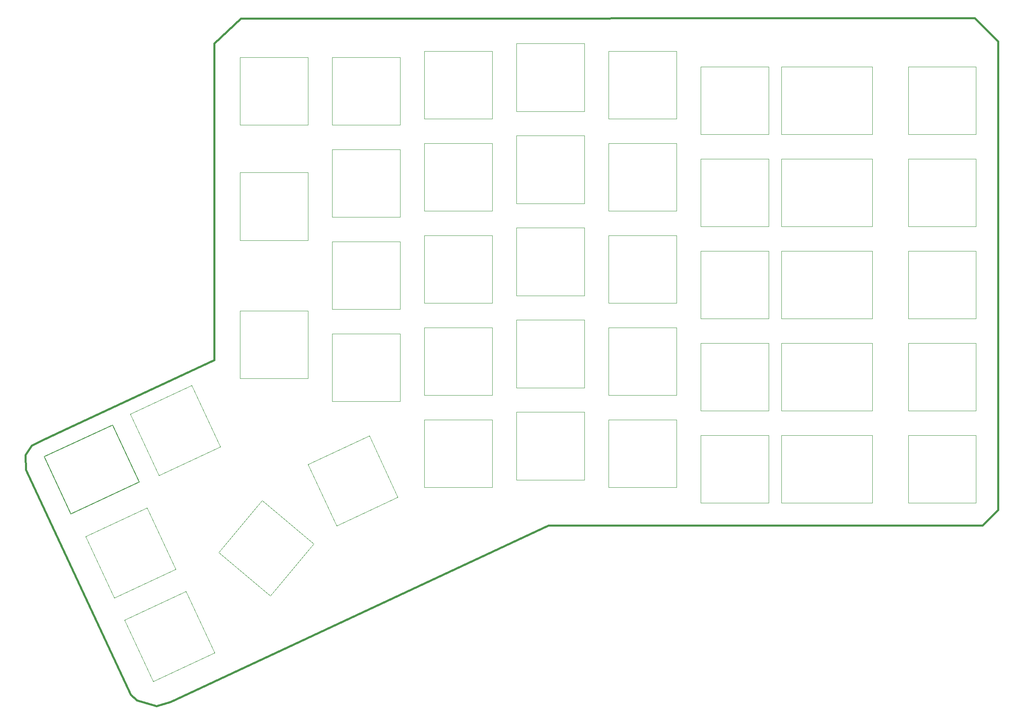
<source format=gm1>
%TF.GenerationSoftware,KiCad,Pcbnew,(6.0.5)*%
%TF.CreationDate,2022-08-07T19:44:15-06:00*%
%TF.ProjectId,top,746f702e-6b69-4636-9164-5f7063625858,rev?*%
%TF.SameCoordinates,Original*%
%TF.FileFunction,Profile,NP*%
%FSLAX46Y46*%
G04 Gerber Fmt 4.6, Leading zero omitted, Abs format (unit mm)*
G04 Created by KiCad (PCBNEW (6.0.5)) date 2022-08-07 19:44:15*
%MOMM*%
%LPD*%
G01*
G04 APERTURE LIST*
%TA.AperFunction,Profile*%
%ADD10C,0.381000*%
%TD*%
%TA.AperFunction,Profile*%
%ADD11C,0.120000*%
%TD*%
%TA.AperFunction,Profile*%
%ADD12C,0.150000*%
%TD*%
G04 APERTURE END LIST*
D10*
X202692000Y-154908000D02*
X218821000Y-154908000D01*
X217220000Y-50000000D02*
X222046800Y-54820000D01*
X21080980Y-143315440D02*
X20975000Y-140325000D01*
X20975000Y-140325000D02*
X22300000Y-138325000D01*
X60070000Y-55210000D02*
X65510000Y-50010000D01*
X44030530Y-191002920D02*
X48075000Y-192175000D01*
X22300000Y-138325000D02*
X24617680Y-137160000D01*
X65510000Y-50010000D02*
X217220000Y-50000000D01*
X222059500Y-149669500D02*
X222059500Y-151669500D01*
X42764960Y-189817760D02*
X44030530Y-191002920D01*
X129152400Y-154908000D02*
X196392800Y-154908000D01*
X48075000Y-192175000D02*
X50983900Y-191351920D01*
X218821000Y-154908000D02*
X222059500Y-151669500D01*
X24617680Y-137160000D02*
X28985200Y-135128000D01*
X196392800Y-154908000D02*
X202692000Y-154908000D01*
X60070000Y-55210000D02*
X60070000Y-120650000D01*
X222046800Y-143383000D02*
X222059500Y-149669500D01*
X222046800Y-143383000D02*
X222046800Y-54820000D01*
X21080980Y-143315440D02*
X42764960Y-189817760D01*
X50983900Y-191351920D02*
X129152400Y-154908000D01*
X28985200Y-135128000D02*
X60070000Y-120650000D01*
D11*
%TO.C,SW1:13*%
X196071300Y-150202660D02*
X196071300Y-136202660D01*
X177309800Y-150205320D02*
X196071300Y-150202660D01*
X177309800Y-136205320D02*
X177309800Y-150205320D01*
X196071300Y-136202660D02*
X177309800Y-136205320D01*
%TO.C,SW2:13*%
X196071300Y-131152660D02*
X196071300Y-117152660D01*
X177309800Y-131155320D02*
X196071300Y-131152660D01*
X177309800Y-117155320D02*
X177309800Y-131155320D01*
X196071300Y-117152660D02*
X177309800Y-117155320D01*
%TO.C,SW3:13*%
X196071300Y-112102660D02*
X196071300Y-98102660D01*
X177309800Y-112105320D02*
X196071300Y-112102660D01*
X177309800Y-98105320D02*
X177309800Y-112105320D01*
X196071300Y-98102660D02*
X177309800Y-98105320D01*
%TO.C,SW4:13*%
X196071300Y-93052660D02*
X196071300Y-79052660D01*
X177309800Y-93055320D02*
X196071300Y-93052660D01*
X177309800Y-79055320D02*
X177309800Y-93055320D01*
X196071300Y-79052660D02*
X177309800Y-79055320D01*
%TO.C,SW5:13*%
X196071300Y-74005200D02*
X196071300Y-60005200D01*
X177309800Y-74007860D02*
X196071300Y-74005200D01*
X177309800Y-60007860D02*
X177309800Y-74007860D01*
X196071300Y-60005200D02*
X177309800Y-60007860D01*
%TO.C,SW1:10*%
X136540000Y-145430000D02*
X136540000Y-131430000D01*
X136540000Y-131430000D02*
X122540000Y-131430000D01*
X122540000Y-145430000D02*
X136540000Y-145430000D01*
X122540000Y-131430000D02*
X122540000Y-145430000D01*
%TO.C,SW1:9*%
X103490000Y-133027660D02*
X103490000Y-147027660D01*
X117490000Y-147027660D02*
X117490000Y-133027660D01*
X117490000Y-133027660D02*
X103490000Y-133027660D01*
X103490000Y-147027660D02*
X117490000Y-147027660D01*
%TO.C,SW2:10*%
X122540000Y-112380000D02*
X122540000Y-126380000D01*
X136540000Y-112380000D02*
X122540000Y-112380000D01*
X122540000Y-126380000D02*
X136540000Y-126380000D01*
X136540000Y-126380000D02*
X136540000Y-112380000D01*
%TO.C,SW2:9*%
X103490000Y-113977660D02*
X103490000Y-127977660D01*
X103490000Y-127977660D02*
X117490000Y-127977660D01*
X117490000Y-113977660D02*
X103490000Y-113977660D01*
X117490000Y-127977660D02*
X117490000Y-113977660D01*
%TO.C,SW2:7*%
X65390000Y-124485160D02*
X79390000Y-124485160D01*
X79390000Y-110485160D02*
X65390000Y-110485160D01*
X79390000Y-124485160D02*
X79390000Y-110485160D01*
X65390000Y-110485160D02*
X65390000Y-124485160D01*
%TO.C,SW3:11*%
X141590000Y-94927660D02*
X141590000Y-108927660D01*
X155590000Y-108927660D02*
X155590000Y-94927660D01*
X155590000Y-94927660D02*
X141590000Y-94927660D01*
X141590000Y-108927660D02*
X155590000Y-108927660D01*
%TO.C,SW3:10*%
X122540000Y-93330000D02*
X122540000Y-107330000D01*
X136540000Y-93330000D02*
X122540000Y-93330000D01*
X122540000Y-107330000D02*
X136540000Y-107330000D01*
X136540000Y-107330000D02*
X136540000Y-93330000D01*
%TO.C,SW3:9*%
X117490000Y-108927660D02*
X117490000Y-94927660D01*
X103490000Y-108927660D02*
X117490000Y-108927660D01*
X117490000Y-94927660D02*
X103490000Y-94927660D01*
X103490000Y-94927660D02*
X103490000Y-108927660D01*
%TO.C,SW3:8*%
X84440000Y-110197660D02*
X98440000Y-110197660D01*
X84440000Y-96197660D02*
X84440000Y-110197660D01*
X98440000Y-110197660D02*
X98440000Y-96197660D01*
X98440000Y-96197660D02*
X84440000Y-96197660D01*
%TO.C,SW4:12*%
X160640000Y-79052660D02*
X160640000Y-93052660D01*
X174640000Y-93052660D02*
X174640000Y-79052660D01*
X160640000Y-93052660D02*
X174640000Y-93052660D01*
X174640000Y-79052660D02*
X160640000Y-79052660D01*
%TO.C,SW4:11*%
X155590000Y-75877660D02*
X141590000Y-75877660D01*
X141590000Y-75877660D02*
X141590000Y-89877660D01*
X141590000Y-89877660D02*
X155590000Y-89877660D01*
X155590000Y-89877660D02*
X155590000Y-75877660D01*
%TO.C,SW4:10*%
X136540000Y-74280000D02*
X122540000Y-74280000D01*
X122540000Y-74280000D02*
X122540000Y-88280000D01*
X136540000Y-88280000D02*
X136540000Y-74280000D01*
X122540000Y-88280000D02*
X136540000Y-88280000D01*
%TO.C,SW4:9*%
X103490000Y-89877660D02*
X117490000Y-89877660D01*
X103490000Y-75877660D02*
X103490000Y-89877660D01*
X117490000Y-75877660D02*
X103490000Y-75877660D01*
X117490000Y-89877660D02*
X117490000Y-75877660D01*
%TO.C,SW4:8*%
X84440000Y-91147660D02*
X98440000Y-91147660D01*
X98440000Y-77147660D02*
X84440000Y-77147660D01*
X98440000Y-91147660D02*
X98440000Y-77147660D01*
X84440000Y-77147660D02*
X84440000Y-91147660D01*
%TO.C,SW4:7*%
X65390000Y-95910160D02*
X79390000Y-95910160D01*
X65390000Y-81910160D02*
X65390000Y-95910160D01*
X79390000Y-81910160D02*
X65390000Y-81910160D01*
X79390000Y-95910160D02*
X79390000Y-81910160D01*
%TO.C,SW0:10*%
X92076827Y-136325518D02*
X79388518Y-142242173D01*
X97993482Y-149013827D02*
X92076827Y-136325518D01*
X79388518Y-142242173D02*
X85305173Y-154930482D01*
X85305173Y-154930482D02*
X97993482Y-149013827D01*
%TO.C,SW0:12*%
X41497518Y-174414173D02*
X47414173Y-187102482D01*
X60102482Y-181185827D02*
X54185827Y-168497518D01*
X54185827Y-168497518D02*
X41497518Y-174414173D01*
X47414173Y-187102482D02*
X60102482Y-181185827D01*
%TO.C,SW0:11*%
X71642798Y-169426824D02*
X80641824Y-158702202D01*
X80641824Y-158702202D02*
X69917202Y-149703176D01*
X60918176Y-160427798D02*
X71642798Y-169426824D01*
X69917202Y-149703176D02*
X60918176Y-160427798D01*
%TO.C,SW0:9*%
X52050682Y-163918907D02*
X46134027Y-151230598D01*
X39362373Y-169835562D02*
X52050682Y-163918907D01*
X33445718Y-157147253D02*
X39362373Y-169835562D01*
X46134027Y-151230598D02*
X33445718Y-157147253D01*
D12*
%TO.C,SW0:7*%
X30376758Y-152456123D02*
X44515159Y-145863278D01*
X39021122Y-134081277D02*
X24882721Y-140674122D01*
X24882721Y-140674122D02*
X30376758Y-152456123D01*
X39021122Y-134081277D02*
X44515159Y-145863278D01*
D11*
%TO.C,SW1:11*%
X141590000Y-147027660D02*
X155590000Y-147027660D01*
X155590000Y-147027660D02*
X155590000Y-133027660D01*
X155590000Y-133027660D02*
X141590000Y-133027660D01*
X141590000Y-133027660D02*
X141590000Y-147027660D01*
%TO.C,SW0:8*%
X61265802Y-138605267D02*
X55349147Y-125916958D01*
X42660838Y-131833613D02*
X48577493Y-144521922D01*
X55349147Y-125916958D02*
X42660838Y-131833613D01*
X48577493Y-144521922D02*
X61265802Y-138605267D01*
%TO.C,SW5:9*%
X117490000Y-56827660D02*
X103490000Y-56827660D01*
X103490000Y-70827660D02*
X117490000Y-70827660D01*
X103490000Y-56827660D02*
X103490000Y-70827660D01*
X117490000Y-70827660D02*
X117490000Y-56827660D01*
%TO.C,SW5:10*%
X136540000Y-55230000D02*
X122540000Y-55230000D01*
X122540000Y-69230000D02*
X136540000Y-69230000D01*
X122540000Y-55230000D02*
X122540000Y-69230000D01*
X136540000Y-69230000D02*
X136540000Y-55230000D01*
%TO.C,SW5:11*%
X155590000Y-56827660D02*
X141590000Y-56827660D01*
X155590000Y-70827660D02*
X155590000Y-56827660D01*
X141590000Y-56827660D02*
X141590000Y-70827660D01*
X141590000Y-70827660D02*
X155590000Y-70827660D01*
%TO.C,SW5:12*%
X160640000Y-60005200D02*
X160640000Y-74005200D01*
X174640000Y-60005200D02*
X160640000Y-60005200D01*
X174640000Y-74005200D02*
X174640000Y-60005200D01*
X160640000Y-74005200D02*
X174640000Y-74005200D01*
%TO.C,SW5:8*%
X98440000Y-58100200D02*
X84440000Y-58100200D01*
X98440000Y-72100200D02*
X98440000Y-58100200D01*
X84440000Y-58100200D02*
X84440000Y-72100200D01*
X84440000Y-72100200D02*
X98440000Y-72100200D01*
%TO.C,SW5:7*%
X65390000Y-58100200D02*
X65390000Y-72100200D01*
X79390000Y-72100200D02*
X79390000Y-58100200D01*
X79390000Y-58100200D02*
X65390000Y-58100200D01*
X65390000Y-72100200D02*
X79390000Y-72100200D01*
%TO.C,SW2:11*%
X155590000Y-127977660D02*
X155590000Y-113977660D01*
X155590000Y-113977660D02*
X141590000Y-113977660D01*
X141590000Y-127977660D02*
X155590000Y-127977660D01*
X141590000Y-113977660D02*
X141590000Y-127977660D01*
%TO.C,SW2:8*%
X84440000Y-129247660D02*
X98440000Y-129247660D01*
X84440000Y-115247660D02*
X84440000Y-129247660D01*
X98440000Y-129247660D02*
X98440000Y-115247660D01*
X98440000Y-115247660D02*
X84440000Y-115247660D01*
%TO.C,SW3:12*%
X160640000Y-98102660D02*
X160640000Y-112102660D01*
X160640000Y-112102660D02*
X174640000Y-112102660D01*
X174640000Y-112102660D02*
X174640000Y-98102660D01*
X174640000Y-98102660D02*
X160640000Y-98102660D01*
%TO.C,SW2:12*%
X160640000Y-117152660D02*
X160640000Y-131152660D01*
X174640000Y-117152660D02*
X160640000Y-117152660D01*
X174640000Y-131152660D02*
X174640000Y-117152660D01*
X160640000Y-131152660D02*
X174640000Y-131152660D01*
%TO.C,SW1:12*%
X174640000Y-150202660D02*
X174640000Y-136202660D01*
X160640000Y-136202660D02*
X160640000Y-150202660D01*
X174640000Y-136202660D02*
X160640000Y-136202660D01*
X160640000Y-150202660D02*
X174640000Y-150202660D01*
%TO.C,SW11*%
X217502400Y-117150850D02*
X203502400Y-117150850D01*
X217502400Y-131150850D02*
X217502400Y-117150850D01*
X203502400Y-117150850D02*
X203502400Y-131150850D01*
X203502400Y-131150850D02*
X217502400Y-131150850D01*
X203502400Y-93055200D02*
X217502400Y-93055200D01*
X217502400Y-93055200D02*
X217502400Y-79055200D01*
X203502400Y-79055200D02*
X203502400Y-93055200D01*
X217502400Y-79055200D02*
X203502400Y-79055200D01*
X217502400Y-60005200D02*
X203502400Y-60005200D01*
X203502400Y-60005200D02*
X203502400Y-74005200D01*
X203502400Y-74005200D02*
X217502400Y-74005200D01*
X217502400Y-74005200D02*
X217502400Y-60005200D01*
X203502400Y-150210850D02*
X217502400Y-150210850D01*
X203502400Y-136210850D02*
X203502400Y-150210850D01*
X217502400Y-150210850D02*
X217502400Y-136210850D01*
X217502400Y-136210850D02*
X203502400Y-136210850D01*
X203502400Y-98100850D02*
X203502400Y-112100850D01*
X203502400Y-112100850D02*
X217502400Y-112100850D01*
X217502400Y-98100850D02*
X203502400Y-98100850D01*
X217502400Y-112100850D02*
X217502400Y-98100850D01*
%TD*%
M02*

</source>
